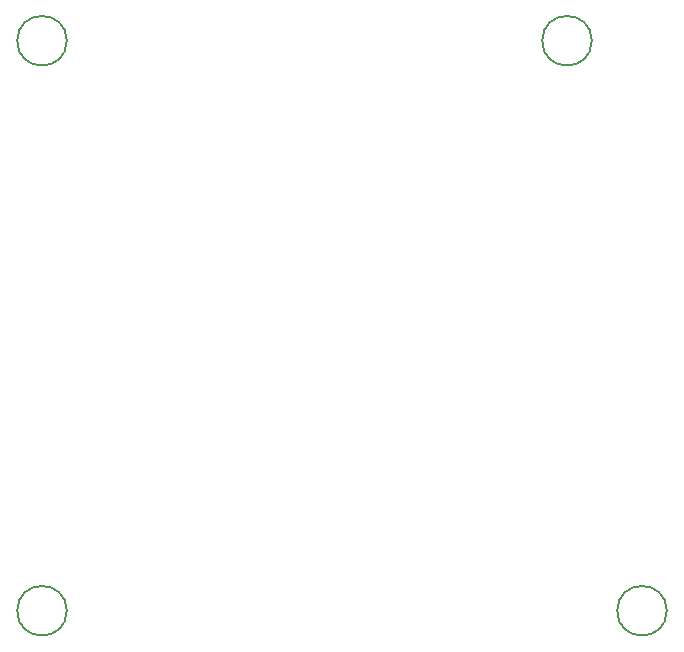
<source format=gbr>
%TF.GenerationSoftware,KiCad,Pcbnew,7.0.10*%
%TF.CreationDate,2024-05-09T12:15:42+09:00*%
%TF.ProjectId,yashica8,79617368-6963-4613-982e-6b696361645f,rev?*%
%TF.SameCoordinates,Original*%
%TF.FileFunction,Other,Comment*%
%FSLAX46Y46*%
G04 Gerber Fmt 4.6, Leading zero omitted, Abs format (unit mm)*
G04 Created by KiCad (PCBNEW 7.0.10) date 2024-05-09 12:15:42*
%MOMM*%
%LPD*%
G01*
G04 APERTURE LIST*
%ADD10C,0.150000*%
G04 APERTURE END LIST*
D10*
%TO.C,REF\u002A\u002A*%
X30690000Y52530000D02*
G75*
G03*
X26490000Y52530000I-2100000J0D01*
G01*
X26490000Y52530000D02*
G75*
G03*
X30690000Y52530000I2100000J0D01*
G01*
X-13760000Y52530000D02*
G75*
G03*
X-17960000Y52530000I-2100000J0D01*
G01*
X-17960000Y52530000D02*
G75*
G03*
X-13760000Y52530000I2100000J0D01*
G01*
X-13760000Y4270000D02*
G75*
G03*
X-17960000Y4270000I-2100000J0D01*
G01*
X-17960000Y4270000D02*
G75*
G03*
X-13760000Y4270000I2100000J0D01*
G01*
X37040000Y4270000D02*
G75*
G03*
X32840000Y4270000I-2100000J0D01*
G01*
X32840000Y4270000D02*
G75*
G03*
X37040000Y4270000I2100000J0D01*
G01*
%TD*%
M02*

</source>
